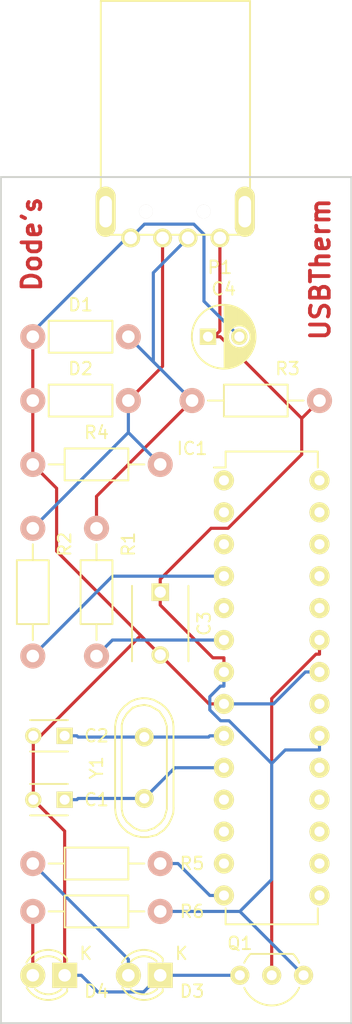
<source format=kicad_pcb>
(kicad_pcb (version 4) (host pcbnew 4.0.2+dfsg1-stable)

  (general
    (links 35)
    (no_connects 0)
    (area 129.464999 73.584999 157.555001 141.045001)
    (thickness 1.6)
    (drawings 6)
    (tracks 99)
    (zones 0)
    (modules 18)
    (nets 32)
  )

  (page A4)
  (title_block
    (title USBTherm)
    (date 2016-06-12)
    (rev 1)
    (company "Torsten Römer <dode@luniks.net> http://luniks.net")
    (comment 1 "License: GPL")
  )

  (layers
    (0 F.Cu signal)
    (31 B.Cu signal)
    (32 B.Adhes user)
    (33 F.Adhes user)
    (34 B.Paste user)
    (35 F.Paste user)
    (36 B.SilkS user)
    (37 F.SilkS user)
    (38 B.Mask user)
    (39 F.Mask user)
    (40 Dwgs.User user)
    (41 Cmts.User user)
    (42 Eco1.User user)
    (43 Eco2.User user)
    (44 Edge.Cuts user)
    (45 Margin user)
    (46 B.CrtYd user)
    (47 F.CrtYd user)
    (48 B.Fab user)
    (49 F.Fab user)
  )

  (setup
    (last_trace_width 0.25)
    (trace_clearance 0.2)
    (zone_clearance 0.508)
    (zone_45_only no)
    (trace_min 0.2)
    (segment_width 0.2)
    (edge_width 0.15)
    (via_size 0.6)
    (via_drill 0.4)
    (via_min_size 0.4)
    (via_min_drill 0.3)
    (uvia_size 0.3)
    (uvia_drill 0.1)
    (uvias_allowed no)
    (uvia_min_size 0.2)
    (uvia_min_drill 0.1)
    (pcb_text_width 0.3)
    (pcb_text_size 1.5 1.5)
    (mod_edge_width 0.15)
    (mod_text_size 1 1)
    (mod_text_width 0.15)
    (pad_size 1.524 1.524)
    (pad_drill 0.762)
    (pad_to_mask_clearance 0.2)
    (aux_axis_origin 0 0)
    (visible_elements FFFFFF7F)
    (pcbplotparams
      (layerselection 0x00030_80000001)
      (usegerberextensions false)
      (excludeedgelayer true)
      (linewidth 0.100000)
      (plotframeref false)
      (viasonmask false)
      (mode 1)
      (useauxorigin false)
      (hpglpennumber 1)
      (hpglpenspeed 20)
      (hpglpendiameter 15)
      (hpglpenoverlay 2)
      (psnegative false)
      (psa4output false)
      (plotreference true)
      (plotvalue true)
      (plotinvisibletext false)
      (padsonsilk false)
      (subtractmaskfromsilk false)
      (outputformat 1)
      (mirror false)
      (drillshape 1)
      (scaleselection 1)
      (outputdirectory ""))
  )

  (net 0 "")
  (net 1 "Net-(C1-Pad1)")
  (net 2 GND)
  (net 3 "Net-(C2-Pad1)")
  (net 4 "Net-(C3-Pad1)")
  (net 5 "Net-(D1-Pad1)")
  (net 6 "Net-(D2-Pad1)")
  (net 7 "Net-(D3-Pad2)")
  (net 8 "Net-(D4-Pad2)")
  (net 9 "Net-(IC1-Pad1)")
  (net 10 "Net-(IC1-Pad2)")
  (net 11 "Net-(IC1-Pad3)")
  (net 12 "Net-(IC1-Pad4)")
  (net 13 "Net-(IC1-Pad5)")
  (net 14 "Net-(IC1-Pad6)")
  (net 15 "Net-(IC1-Pad11)")
  (net 16 "Net-(IC1-Pad12)")
  (net 17 "Net-(IC1-Pad13)")
  (net 18 "Net-(IC1-Pad14)")
  (net 19 "Net-(IC1-Pad15)")
  (net 20 "Net-(IC1-Pad16)")
  (net 21 "Net-(IC1-Pad17)")
  (net 22 "Net-(IC1-Pad18)")
  (net 23 "Net-(IC1-Pad19)")
  (net 24 "Net-(IC1-Pad21)")
  (net 25 "Net-(IC1-Pad23)")
  (net 26 "Net-(IC1-Pad24)")
  (net 27 "Net-(IC1-Pad25)")
  (net 28 "Net-(IC1-Pad26)")
  (net 29 "Net-(IC1-Pad27)")
  (net 30 "Net-(IC1-Pad28)")
  (net 31 "Net-(P1-Pad5)")

  (net_class Default "This is the default net class."
    (clearance 0.2)
    (trace_width 0.25)
    (via_dia 0.6)
    (via_drill 0.4)
    (uvia_dia 0.3)
    (uvia_drill 0.1)
    (add_net GND)
    (add_net "Net-(C1-Pad1)")
    (add_net "Net-(C2-Pad1)")
    (add_net "Net-(C3-Pad1)")
    (add_net "Net-(D1-Pad1)")
    (add_net "Net-(D2-Pad1)")
    (add_net "Net-(D3-Pad2)")
    (add_net "Net-(D4-Pad2)")
    (add_net "Net-(IC1-Pad1)")
    (add_net "Net-(IC1-Pad11)")
    (add_net "Net-(IC1-Pad12)")
    (add_net "Net-(IC1-Pad13)")
    (add_net "Net-(IC1-Pad14)")
    (add_net "Net-(IC1-Pad15)")
    (add_net "Net-(IC1-Pad16)")
    (add_net "Net-(IC1-Pad17)")
    (add_net "Net-(IC1-Pad18)")
    (add_net "Net-(IC1-Pad19)")
    (add_net "Net-(IC1-Pad2)")
    (add_net "Net-(IC1-Pad21)")
    (add_net "Net-(IC1-Pad23)")
    (add_net "Net-(IC1-Pad24)")
    (add_net "Net-(IC1-Pad25)")
    (add_net "Net-(IC1-Pad26)")
    (add_net "Net-(IC1-Pad27)")
    (add_net "Net-(IC1-Pad28)")
    (add_net "Net-(IC1-Pad3)")
    (add_net "Net-(IC1-Pad4)")
    (add_net "Net-(IC1-Pad5)")
    (add_net "Net-(IC1-Pad6)")
    (add_net "Net-(P1-Pad5)")
  )

  (module Capacitors_ThroughHole:C_Disc_D3_P2.5 (layer F.Cu) (tedit 575CB5FC) (tstamp 575CA59A)
    (at 134.62 123.19 180)
    (descr "Capacitor 3mm Disc, Pitch 2.5mm")
    (tags Capacitor)
    (path /575C7E6D)
    (fp_text reference C1 (at -2.54 0 180) (layer F.SilkS)
      (effects (font (size 1 1) (thickness 0.15)))
    )
    (fp_text value 22pF (at 1.25 2.5 180) (layer F.Fab)
      (effects (font (size 1 1) (thickness 0.15)))
    )
    (fp_line (start -0.9 -1.5) (end 3.4 -1.5) (layer F.CrtYd) (width 0.05))
    (fp_line (start 3.4 -1.5) (end 3.4 1.5) (layer F.CrtYd) (width 0.05))
    (fp_line (start 3.4 1.5) (end -0.9 1.5) (layer F.CrtYd) (width 0.05))
    (fp_line (start -0.9 1.5) (end -0.9 -1.5) (layer F.CrtYd) (width 0.05))
    (fp_line (start -0.25 -1.25) (end 2.75 -1.25) (layer F.SilkS) (width 0.15))
    (fp_line (start 2.75 1.25) (end -0.25 1.25) (layer F.SilkS) (width 0.15))
    (pad 1 thru_hole rect (at 0 0 180) (size 1.3 1.3) (drill 0.8) (layers *.Cu *.Mask F.SilkS)
      (net 1 "Net-(C1-Pad1)"))
    (pad 2 thru_hole circle (at 2.5 0 180) (size 1.3 1.3) (drill 0.8001) (layers *.Cu *.Mask F.SilkS)
      (net 2 GND))
    (model Capacitors_ThroughHole.3dshapes/C_Disc_D3_P2.5.wrl
      (at (xyz 0.0492126 0 0))
      (scale (xyz 1 1 1))
      (rotate (xyz 0 0 0))
    )
  )

  (module Capacitors_ThroughHole:C_Disc_D3_P2.5 (layer F.Cu) (tedit 575CB5F5) (tstamp 575CA5A0)
    (at 134.62 118.11 180)
    (descr "Capacitor 3mm Disc, Pitch 2.5mm")
    (tags Capacitor)
    (path /575C7D38)
    (fp_text reference C2 (at -2.54 0 180) (layer F.SilkS)
      (effects (font (size 1 1) (thickness 0.15)))
    )
    (fp_text value 22pF (at 1.25 2.5 180) (layer F.Fab)
      (effects (font (size 1 1) (thickness 0.15)))
    )
    (fp_line (start -0.9 -1.5) (end 3.4 -1.5) (layer F.CrtYd) (width 0.05))
    (fp_line (start 3.4 -1.5) (end 3.4 1.5) (layer F.CrtYd) (width 0.05))
    (fp_line (start 3.4 1.5) (end -0.9 1.5) (layer F.CrtYd) (width 0.05))
    (fp_line (start -0.9 1.5) (end -0.9 -1.5) (layer F.CrtYd) (width 0.05))
    (fp_line (start -0.25 -1.25) (end 2.75 -1.25) (layer F.SilkS) (width 0.15))
    (fp_line (start 2.75 1.25) (end -0.25 1.25) (layer F.SilkS) (width 0.15))
    (pad 1 thru_hole rect (at 0 0 180) (size 1.3 1.3) (drill 0.8) (layers *.Cu *.Mask F.SilkS)
      (net 3 "Net-(C2-Pad1)"))
    (pad 2 thru_hole circle (at 2.5 0 180) (size 1.3 1.3) (drill 0.8001) (layers *.Cu *.Mask F.SilkS)
      (net 2 GND))
    (model Capacitors_ThroughHole.3dshapes/C_Disc_D3_P2.5.wrl
      (at (xyz 0.0492126 0 0))
      (scale (xyz 1 1 1))
      (rotate (xyz 0 0 0))
    )
  )

  (module Capacitors_ThroughHole:C_Disc_D6_P5 (layer F.Cu) (tedit 575CB5D1) (tstamp 575CA5AC)
    (at 142.24 106.68 270)
    (descr "Capacitor 6mm Disc, Pitch 5mm")
    (tags Capacitor)
    (path /575C8D23)
    (fp_text reference C3 (at 2.5 -3.5 270) (layer F.SilkS)
      (effects (font (size 1 1) (thickness 0.15)))
    )
    (fp_text value 100nF (at 2.54 1.27 270) (layer F.Fab)
      (effects (font (size 1 1) (thickness 0.15)))
    )
    (fp_line (start -0.95 -2.5) (end 5.95 -2.5) (layer F.CrtYd) (width 0.05))
    (fp_line (start 5.95 -2.5) (end 5.95 2.5) (layer F.CrtYd) (width 0.05))
    (fp_line (start 5.95 2.5) (end -0.95 2.5) (layer F.CrtYd) (width 0.05))
    (fp_line (start -0.95 2.5) (end -0.95 -2.5) (layer F.CrtYd) (width 0.05))
    (fp_line (start -0.5 -2.25) (end 5.5 -2.25) (layer F.SilkS) (width 0.15))
    (fp_line (start 5.5 2.25) (end -0.5 2.25) (layer F.SilkS) (width 0.15))
    (pad 1 thru_hole rect (at 0 0 270) (size 1.4 1.4) (drill 0.9) (layers *.Cu *.Mask F.SilkS)
      (net 4 "Net-(C3-Pad1)"))
    (pad 2 thru_hole circle (at 5 0 270) (size 1.4 1.4) (drill 0.9) (layers *.Cu *.Mask F.SilkS)
      (net 2 GND))
    (model Capacitors_ThroughHole.3dshapes/C_Disc_D6_P5.wrl
      (at (xyz 0.098425 0 0))
      (scale (xyz 1 1 1))
      (rotate (xyz 0 0 0))
    )
  )

  (module Capacitors_ThroughHole:C_Radial_D5_L6_P2.5 (layer F.Cu) (tedit 575CB56E) (tstamp 575CA5B2)
    (at 146.05 86.36)
    (descr "Radial Electrolytic Capacitor Diameter 5mm x Length 6mm, Pitch 2.5mm")
    (tags "Electrolytic Capacitor")
    (path /575CA3DE)
    (fp_text reference C4 (at 1.25 -3.8) (layer F.SilkS)
      (effects (font (size 1 1) (thickness 0.15)))
    )
    (fp_text value 10uF (at 5.08 -3.81) (layer F.Fab)
      (effects (font (size 1 1) (thickness 0.15)))
    )
    (fp_line (start 1.325 -2.499) (end 1.325 2.499) (layer F.SilkS) (width 0.15))
    (fp_line (start 1.465 -2.491) (end 1.465 2.491) (layer F.SilkS) (width 0.15))
    (fp_line (start 1.605 -2.475) (end 1.605 -0.095) (layer F.SilkS) (width 0.15))
    (fp_line (start 1.605 0.095) (end 1.605 2.475) (layer F.SilkS) (width 0.15))
    (fp_line (start 1.745 -2.451) (end 1.745 -0.49) (layer F.SilkS) (width 0.15))
    (fp_line (start 1.745 0.49) (end 1.745 2.451) (layer F.SilkS) (width 0.15))
    (fp_line (start 1.885 -2.418) (end 1.885 -0.657) (layer F.SilkS) (width 0.15))
    (fp_line (start 1.885 0.657) (end 1.885 2.418) (layer F.SilkS) (width 0.15))
    (fp_line (start 2.025 -2.377) (end 2.025 -0.764) (layer F.SilkS) (width 0.15))
    (fp_line (start 2.025 0.764) (end 2.025 2.377) (layer F.SilkS) (width 0.15))
    (fp_line (start 2.165 -2.327) (end 2.165 -0.835) (layer F.SilkS) (width 0.15))
    (fp_line (start 2.165 0.835) (end 2.165 2.327) (layer F.SilkS) (width 0.15))
    (fp_line (start 2.305 -2.266) (end 2.305 -0.879) (layer F.SilkS) (width 0.15))
    (fp_line (start 2.305 0.879) (end 2.305 2.266) (layer F.SilkS) (width 0.15))
    (fp_line (start 2.445 -2.196) (end 2.445 -0.898) (layer F.SilkS) (width 0.15))
    (fp_line (start 2.445 0.898) (end 2.445 2.196) (layer F.SilkS) (width 0.15))
    (fp_line (start 2.585 -2.114) (end 2.585 -0.896) (layer F.SilkS) (width 0.15))
    (fp_line (start 2.585 0.896) (end 2.585 2.114) (layer F.SilkS) (width 0.15))
    (fp_line (start 2.725 -2.019) (end 2.725 -0.871) (layer F.SilkS) (width 0.15))
    (fp_line (start 2.725 0.871) (end 2.725 2.019) (layer F.SilkS) (width 0.15))
    (fp_line (start 2.865 -1.908) (end 2.865 -0.823) (layer F.SilkS) (width 0.15))
    (fp_line (start 2.865 0.823) (end 2.865 1.908) (layer F.SilkS) (width 0.15))
    (fp_line (start 3.005 -1.78) (end 3.005 -0.745) (layer F.SilkS) (width 0.15))
    (fp_line (start 3.005 0.745) (end 3.005 1.78) (layer F.SilkS) (width 0.15))
    (fp_line (start 3.145 -1.631) (end 3.145 -0.628) (layer F.SilkS) (width 0.15))
    (fp_line (start 3.145 0.628) (end 3.145 1.631) (layer F.SilkS) (width 0.15))
    (fp_line (start 3.285 -1.452) (end 3.285 -0.44) (layer F.SilkS) (width 0.15))
    (fp_line (start 3.285 0.44) (end 3.285 1.452) (layer F.SilkS) (width 0.15))
    (fp_line (start 3.425 -1.233) (end 3.425 1.233) (layer F.SilkS) (width 0.15))
    (fp_line (start 3.565 -0.944) (end 3.565 0.944) (layer F.SilkS) (width 0.15))
    (fp_line (start 3.705 -0.472) (end 3.705 0.472) (layer F.SilkS) (width 0.15))
    (fp_circle (center 2.5 0) (end 2.5 -0.9) (layer F.SilkS) (width 0.15))
    (fp_circle (center 1.25 0) (end 1.25 -2.5375) (layer F.SilkS) (width 0.15))
    (fp_circle (center 1.25 0) (end 1.25 -2.8) (layer F.CrtYd) (width 0.05))
    (pad 1 thru_hole rect (at 0 0) (size 1.3 1.3) (drill 0.8) (layers *.Cu *.Mask F.SilkS)
      (net 4 "Net-(C3-Pad1)"))
    (pad 2 thru_hole circle (at 2.5 0) (size 1.3 1.3) (drill 0.8) (layers *.Cu *.Mask F.SilkS)
      (net 2 GND))
    (model Capacitors_ThroughHole.3dshapes/C_Radial_D5_L6_P2.5.wrl
      (at (xyz 0.049213 0 0))
      (scale (xyz 1 1 1))
      (rotate (xyz 0 0 90))
    )
  )

  (module Resistors_ThroughHole:Resistor_Horizontal_RM7mm (layer F.Cu) (tedit 575CB516) (tstamp 575CA5B8)
    (at 139.7 86.36 180)
    (descr "Resistor, Axial,  RM 7.62mm, 1/3W,")
    (tags "Resistor Axial RM 7.62mm 1/3W R3")
    (path /575C87D2)
    (fp_text reference D1 (at 3.81 2.54 180) (layer F.SilkS)
      (effects (font (size 1 1) (thickness 0.15)))
    )
    (fp_text value 3.6V (at 3.81 0 180) (layer F.Fab)
      (effects (font (size 1 1) (thickness 0.15)))
    )
    (fp_line (start -1.25 -1.5) (end 8.85 -1.5) (layer F.CrtYd) (width 0.05))
    (fp_line (start -1.25 1.5) (end -1.25 -1.5) (layer F.CrtYd) (width 0.05))
    (fp_line (start 8.85 -1.5) (end 8.85 1.5) (layer F.CrtYd) (width 0.05))
    (fp_line (start -1.25 1.5) (end 8.85 1.5) (layer F.CrtYd) (width 0.05))
    (fp_line (start 1.27 -1.27) (end 6.35 -1.27) (layer F.SilkS) (width 0.15))
    (fp_line (start 6.35 -1.27) (end 6.35 1.27) (layer F.SilkS) (width 0.15))
    (fp_line (start 6.35 1.27) (end 1.27 1.27) (layer F.SilkS) (width 0.15))
    (fp_line (start 1.27 1.27) (end 1.27 -1.27) (layer F.SilkS) (width 0.15))
    (pad 1 thru_hole circle (at 0 0 180) (size 1.99898 1.99898) (drill 1.00076) (layers *.Cu *.SilkS *.Mask)
      (net 5 "Net-(D1-Pad1)"))
    (pad 2 thru_hole circle (at 7.62 0 180) (size 1.99898 1.99898) (drill 1.00076) (layers *.Cu *.SilkS *.Mask)
      (net 2 GND))
  )

  (module Resistors_ThroughHole:Resistor_Horizontal_RM7mm (layer F.Cu) (tedit 575CB524) (tstamp 575CA5BE)
    (at 139.7 91.44 180)
    (descr "Resistor, Axial,  RM 7.62mm, 1/3W,")
    (tags "Resistor Axial RM 7.62mm 1/3W R3")
    (path /575C88C0)
    (fp_text reference D2 (at 3.81 2.54 180) (layer F.SilkS)
      (effects (font (size 1 1) (thickness 0.15)))
    )
    (fp_text value 3.6V (at 3.81 0 180) (layer F.Fab)
      (effects (font (size 1 1) (thickness 0.15)))
    )
    (fp_line (start -1.25 -1.5) (end 8.85 -1.5) (layer F.CrtYd) (width 0.05))
    (fp_line (start -1.25 1.5) (end -1.25 -1.5) (layer F.CrtYd) (width 0.05))
    (fp_line (start 8.85 -1.5) (end 8.85 1.5) (layer F.CrtYd) (width 0.05))
    (fp_line (start -1.25 1.5) (end 8.85 1.5) (layer F.CrtYd) (width 0.05))
    (fp_line (start 1.27 -1.27) (end 6.35 -1.27) (layer F.SilkS) (width 0.15))
    (fp_line (start 6.35 -1.27) (end 6.35 1.27) (layer F.SilkS) (width 0.15))
    (fp_line (start 6.35 1.27) (end 1.27 1.27) (layer F.SilkS) (width 0.15))
    (fp_line (start 1.27 1.27) (end 1.27 -1.27) (layer F.SilkS) (width 0.15))
    (pad 1 thru_hole circle (at 0 0 180) (size 1.99898 1.99898) (drill 1.00076) (layers *.Cu *.SilkS *.Mask)
      (net 6 "Net-(D2-Pad1)"))
    (pad 2 thru_hole circle (at 7.62 0 180) (size 1.99898 1.99898) (drill 1.00076) (layers *.Cu *.SilkS *.Mask)
      (net 2 GND))
  )

  (module LEDs:LED-3MM (layer F.Cu) (tedit 575CB652) (tstamp 575CA5C4)
    (at 142.24 137.16 180)
    (descr "LED 3mm round vertical")
    (tags "LED  3mm round vertical")
    (path /575CBE8D)
    (fp_text reference D3 (at -2.54 -1.27 180) (layer F.SilkS)
      (effects (font (size 1 1) (thickness 0.15)))
    )
    (fp_text value Blue (at 1.3 -2.9 180) (layer F.Fab)
      (effects (font (size 1 1) (thickness 0.15)))
    )
    (fp_line (start -1.2 2.3) (end 3.8 2.3) (layer F.CrtYd) (width 0.05))
    (fp_line (start 3.8 2.3) (end 3.8 -2.2) (layer F.CrtYd) (width 0.05))
    (fp_line (start 3.8 -2.2) (end -1.2 -2.2) (layer F.CrtYd) (width 0.05))
    (fp_line (start -1.2 -2.2) (end -1.2 2.3) (layer F.CrtYd) (width 0.05))
    (fp_line (start -0.199 1.314) (end -0.199 1.114) (layer F.SilkS) (width 0.15))
    (fp_line (start -0.199 -1.28) (end -0.199 -1.1) (layer F.SilkS) (width 0.15))
    (fp_arc (start 1.301 0.034) (end -0.199 -1.286) (angle 108.5) (layer F.SilkS) (width 0.15))
    (fp_arc (start 1.301 0.034) (end 0.25 -1.1) (angle 85.7) (layer F.SilkS) (width 0.15))
    (fp_arc (start 1.311 0.034) (end 3.051 0.994) (angle 110) (layer F.SilkS) (width 0.15))
    (fp_arc (start 1.301 0.034) (end 2.335 1.094) (angle 87.5) (layer F.SilkS) (width 0.15))
    (fp_text user K (at -1.69 1.74 180) (layer F.SilkS)
      (effects (font (size 1 1) (thickness 0.15)))
    )
    (pad 1 thru_hole rect (at 0 0 270) (size 2 2) (drill 1.00076) (layers *.Cu *.Mask F.SilkS)
      (net 2 GND))
    (pad 2 thru_hole circle (at 2.54 0 180) (size 2 2) (drill 1.00076) (layers *.Cu *.Mask F.SilkS)
      (net 7 "Net-(D3-Pad2)"))
    (model LEDs.3dshapes/LED-3MM.wrl
      (at (xyz 0.05 0 0))
      (scale (xyz 1 1 1))
      (rotate (xyz 0 0 90))
    )
  )

  (module LEDs:LED-3MM (layer F.Cu) (tedit 575CB64C) (tstamp 575CA5CA)
    (at 134.62 137.16 180)
    (descr "LED 3mm round vertical")
    (tags "LED  3mm round vertical")
    (path /575CD99F)
    (fp_text reference D4 (at -2.54 -1.27 180) (layer F.SilkS)
      (effects (font (size 1 1) (thickness 0.15)))
    )
    (fp_text value Red (at 1.3 -2.9 180) (layer F.Fab)
      (effects (font (size 1 1) (thickness 0.15)))
    )
    (fp_line (start -1.2 2.3) (end 3.8 2.3) (layer F.CrtYd) (width 0.05))
    (fp_line (start 3.8 2.3) (end 3.8 -2.2) (layer F.CrtYd) (width 0.05))
    (fp_line (start 3.8 -2.2) (end -1.2 -2.2) (layer F.CrtYd) (width 0.05))
    (fp_line (start -1.2 -2.2) (end -1.2 2.3) (layer F.CrtYd) (width 0.05))
    (fp_line (start -0.199 1.314) (end -0.199 1.114) (layer F.SilkS) (width 0.15))
    (fp_line (start -0.199 -1.28) (end -0.199 -1.1) (layer F.SilkS) (width 0.15))
    (fp_arc (start 1.301 0.034) (end -0.199 -1.286) (angle 108.5) (layer F.SilkS) (width 0.15))
    (fp_arc (start 1.301 0.034) (end 0.25 -1.1) (angle 85.7) (layer F.SilkS) (width 0.15))
    (fp_arc (start 1.311 0.034) (end 3.051 0.994) (angle 110) (layer F.SilkS) (width 0.15))
    (fp_arc (start 1.301 0.034) (end 2.335 1.094) (angle 87.5) (layer F.SilkS) (width 0.15))
    (fp_text user K (at -1.69 1.74 180) (layer F.SilkS)
      (effects (font (size 1 1) (thickness 0.15)))
    )
    (pad 1 thru_hole rect (at 0 0 270) (size 2 2) (drill 1.00076) (layers *.Cu *.Mask F.SilkS)
      (net 2 GND))
    (pad 2 thru_hole circle (at 2.54 0 180) (size 2 2) (drill 1.00076) (layers *.Cu *.Mask F.SilkS)
      (net 8 "Net-(D4-Pad2)"))
    (model LEDs.3dshapes/LED-3MM.wrl
      (at (xyz 0.05 0 0))
      (scale (xyz 1 1 1))
      (rotate (xyz 0 0 90))
    )
  )

  (module Housings_DIP:DIP-28_W7.62mm (layer F.Cu) (tedit 575CB5A7) (tstamp 575CA5EA)
    (at 147.32 97.79)
    (descr "28-lead dip package, row spacing 7.62 mm (300 mils)")
    (tags "dil dip 2.54 300")
    (path /575C5CE7)
    (fp_text reference IC1 (at -2.54 -2.54) (layer F.SilkS)
      (effects (font (size 1 1) (thickness 0.15)))
    )
    (fp_text value ATMEGA328-P (at 3.81 5.08 90) (layer F.Fab)
      (effects (font (size 1 1) (thickness 0.15)))
    )
    (fp_line (start -1.05 -2.45) (end -1.05 35.5) (layer F.CrtYd) (width 0.05))
    (fp_line (start 8.65 -2.45) (end 8.65 35.5) (layer F.CrtYd) (width 0.05))
    (fp_line (start -1.05 -2.45) (end 8.65 -2.45) (layer F.CrtYd) (width 0.05))
    (fp_line (start -1.05 35.5) (end 8.65 35.5) (layer F.CrtYd) (width 0.05))
    (fp_line (start 0.135 -2.295) (end 0.135 -1.025) (layer F.SilkS) (width 0.15))
    (fp_line (start 7.485 -2.295) (end 7.485 -1.025) (layer F.SilkS) (width 0.15))
    (fp_line (start 7.485 35.315) (end 7.485 34.045) (layer F.SilkS) (width 0.15))
    (fp_line (start 0.135 35.315) (end 0.135 34.045) (layer F.SilkS) (width 0.15))
    (fp_line (start 0.135 -2.295) (end 7.485 -2.295) (layer F.SilkS) (width 0.15))
    (fp_line (start 0.135 35.315) (end 7.485 35.315) (layer F.SilkS) (width 0.15))
    (fp_line (start 0.135 -1.025) (end -0.8 -1.025) (layer F.SilkS) (width 0.15))
    (pad 1 thru_hole oval (at 0 0) (size 1.6 1.6) (drill 0.8) (layers *.Cu *.Mask F.SilkS)
      (net 9 "Net-(IC1-Pad1)"))
    (pad 2 thru_hole oval (at 0 2.54) (size 1.6 1.6) (drill 0.8) (layers *.Cu *.Mask F.SilkS)
      (net 10 "Net-(IC1-Pad2)"))
    (pad 3 thru_hole oval (at 0 5.08) (size 1.6 1.6) (drill 0.8) (layers *.Cu *.Mask F.SilkS)
      (net 11 "Net-(IC1-Pad3)"))
    (pad 4 thru_hole oval (at 0 7.62) (size 1.6 1.6) (drill 0.8) (layers *.Cu *.Mask F.SilkS)
      (net 12 "Net-(IC1-Pad4)"))
    (pad 5 thru_hole oval (at 0 10.16) (size 1.6 1.6) (drill 0.8) (layers *.Cu *.Mask F.SilkS)
      (net 13 "Net-(IC1-Pad5)"))
    (pad 6 thru_hole oval (at 0 12.7) (size 1.6 1.6) (drill 0.8) (layers *.Cu *.Mask F.SilkS)
      (net 14 "Net-(IC1-Pad6)"))
    (pad 7 thru_hole oval (at 0 15.24) (size 1.6 1.6) (drill 0.8) (layers *.Cu *.Mask F.SilkS)
      (net 4 "Net-(C3-Pad1)"))
    (pad 8 thru_hole oval (at 0 17.78) (size 1.6 1.6) (drill 0.8) (layers *.Cu *.Mask F.SilkS)
      (net 2 GND))
    (pad 9 thru_hole oval (at 0 20.32) (size 1.6 1.6) (drill 0.8) (layers *.Cu *.Mask F.SilkS)
      (net 3 "Net-(C2-Pad1)"))
    (pad 10 thru_hole oval (at 0 22.86) (size 1.6 1.6) (drill 0.8) (layers *.Cu *.Mask F.SilkS)
      (net 1 "Net-(C1-Pad1)"))
    (pad 11 thru_hole oval (at 0 25.4) (size 1.6 1.6) (drill 0.8) (layers *.Cu *.Mask F.SilkS)
      (net 15 "Net-(IC1-Pad11)"))
    (pad 12 thru_hole oval (at 0 27.94) (size 1.6 1.6) (drill 0.8) (layers *.Cu *.Mask F.SilkS)
      (net 16 "Net-(IC1-Pad12)"))
    (pad 13 thru_hole oval (at 0 30.48) (size 1.6 1.6) (drill 0.8) (layers *.Cu *.Mask F.SilkS)
      (net 17 "Net-(IC1-Pad13)"))
    (pad 14 thru_hole oval (at 0 33.02) (size 1.6 1.6) (drill 0.8) (layers *.Cu *.Mask F.SilkS)
      (net 18 "Net-(IC1-Pad14)"))
    (pad 15 thru_hole oval (at 7.62 33.02) (size 1.6 1.6) (drill 0.8) (layers *.Cu *.Mask F.SilkS)
      (net 19 "Net-(IC1-Pad15)"))
    (pad 16 thru_hole oval (at 7.62 30.48) (size 1.6 1.6) (drill 0.8) (layers *.Cu *.Mask F.SilkS)
      (net 20 "Net-(IC1-Pad16)"))
    (pad 17 thru_hole oval (at 7.62 27.94) (size 1.6 1.6) (drill 0.8) (layers *.Cu *.Mask F.SilkS)
      (net 21 "Net-(IC1-Pad17)"))
    (pad 18 thru_hole oval (at 7.62 25.4) (size 1.6 1.6) (drill 0.8) (layers *.Cu *.Mask F.SilkS)
      (net 22 "Net-(IC1-Pad18)"))
    (pad 19 thru_hole oval (at 7.62 22.86) (size 1.6 1.6) (drill 0.8) (layers *.Cu *.Mask F.SilkS)
      (net 23 "Net-(IC1-Pad19)"))
    (pad 20 thru_hole oval (at 7.62 20.32) (size 1.6 1.6) (drill 0.8) (layers *.Cu *.Mask F.SilkS)
      (net 4 "Net-(C3-Pad1)"))
    (pad 21 thru_hole oval (at 7.62 17.78) (size 1.6 1.6) (drill 0.8) (layers *.Cu *.Mask F.SilkS)
      (net 24 "Net-(IC1-Pad21)"))
    (pad 22 thru_hole oval (at 7.62 15.24) (size 1.6 1.6) (drill 0.8) (layers *.Cu *.Mask F.SilkS)
      (net 2 GND))
    (pad 23 thru_hole oval (at 7.62 12.7) (size 1.6 1.6) (drill 0.8) (layers *.Cu *.Mask F.SilkS)
      (net 25 "Net-(IC1-Pad23)"))
    (pad 24 thru_hole oval (at 7.62 10.16) (size 1.6 1.6) (drill 0.8) (layers *.Cu *.Mask F.SilkS)
      (net 26 "Net-(IC1-Pad24)"))
    (pad 25 thru_hole oval (at 7.62 7.62) (size 1.6 1.6) (drill 0.8) (layers *.Cu *.Mask F.SilkS)
      (net 27 "Net-(IC1-Pad25)"))
    (pad 26 thru_hole oval (at 7.62 5.08) (size 1.6 1.6) (drill 0.8) (layers *.Cu *.Mask F.SilkS)
      (net 28 "Net-(IC1-Pad26)"))
    (pad 27 thru_hole oval (at 7.62 2.54) (size 1.6 1.6) (drill 0.8) (layers *.Cu *.Mask F.SilkS)
      (net 29 "Net-(IC1-Pad27)"))
    (pad 28 thru_hole oval (at 7.62 0) (size 1.6 1.6) (drill 0.8) (layers *.Cu *.Mask F.SilkS)
      (net 30 "Net-(IC1-Pad28)"))
    (model Housings_DIP.3dshapes/DIP-28_W7.62mm.wrl
      (at (xyz 0 0 0))
      (scale (xyz 1 1 1))
      (rotate (xyz 0 0 0))
    )
  )

  (module TO_SOT_Packages_THT:TO-92_Inline_Wide (layer F.Cu) (tedit 575CB628) (tstamp 575CA5FB)
    (at 153.67 137.16 180)
    (descr "TO-92 leads in-line, wide, drill 0.8mm (see NXP sot054_po.pdf)")
    (tags "to-92 sc-43 sc-43a sot54 PA33 transistor")
    (path /575CAF75)
    (fp_text reference Q1 (at 5.08 2.54 360) (layer F.SilkS)
      (effects (font (size 1 1) (thickness 0.15)))
    )
    (fp_text value TMP36 (at 1.27 2.54 180) (layer F.Fab)
      (effects (font (size 1 1) (thickness 0.15)))
    )
    (fp_arc (start 2.54 0) (end 0.84 1.7) (angle 20.5) (layer F.SilkS) (width 0.15))
    (fp_arc (start 2.54 0) (end 4.24 1.7) (angle -20.5) (layer F.SilkS) (width 0.15))
    (fp_line (start -1 1.95) (end -1 -2.65) (layer F.CrtYd) (width 0.05))
    (fp_line (start -1 1.95) (end 6.1 1.95) (layer F.CrtYd) (width 0.05))
    (fp_line (start 0.84 1.7) (end 4.24 1.7) (layer F.SilkS) (width 0.15))
    (fp_arc (start 2.54 0) (end 2.54 -2.4) (angle -65.55604127) (layer F.SilkS) (width 0.15))
    (fp_arc (start 2.54 0) (end 2.54 -2.4) (angle 65.55604127) (layer F.SilkS) (width 0.15))
    (fp_line (start -1 -2.65) (end 6.1 -2.65) (layer F.CrtYd) (width 0.05))
    (fp_line (start 6.1 1.95) (end 6.1 -2.65) (layer F.CrtYd) (width 0.05))
    (pad 2 thru_hole circle (at 2.54 0 270) (size 1.524 1.524) (drill 0.8) (layers *.Cu *.Mask F.SilkS)
      (net 25 "Net-(IC1-Pad23)"))
    (pad 3 thru_hole circle (at 5.08 0 270) (size 1.524 1.524) (drill 0.8) (layers *.Cu *.Mask F.SilkS)
      (net 2 GND))
    (pad 1 thru_hole circle (at 0 0 270) (size 1.524 1.524) (drill 0.8) (layers *.Cu *.Mask F.SilkS)
      (net 4 "Net-(C3-Pad1)"))
    (model TO_SOT_Packages_THT.3dshapes/TO-92_Inline_Wide.wrl
      (at (xyz 0.1 0 0))
      (scale (xyz 1 1 1))
      (rotate (xyz 0 0 -90))
    )
  )

  (module Resistors_ThroughHole:Resistor_Horizontal_RM10mm (layer F.Cu) (tedit 575CB5CB) (tstamp 575CA601)
    (at 137.16 101.6 270)
    (descr "Resistor, Axial,  RM 10mm, 1/3W")
    (tags "Resistor Axial RM 10mm 1/3W")
    (path /575C83A0)
    (fp_text reference R1 (at 1.27 -2.54 270) (layer F.SilkS)
      (effects (font (size 1 1) (thickness 0.15)))
    )
    (fp_text value 68 (at 5.08 0 270) (layer F.Fab)
      (effects (font (size 1 1) (thickness 0.15)))
    )
    (fp_line (start -1.25 -1.5) (end 11.4 -1.5) (layer F.CrtYd) (width 0.05))
    (fp_line (start -1.25 1.5) (end -1.25 -1.5) (layer F.CrtYd) (width 0.05))
    (fp_line (start 11.4 -1.5) (end 11.4 1.5) (layer F.CrtYd) (width 0.05))
    (fp_line (start -1.25 1.5) (end 11.4 1.5) (layer F.CrtYd) (width 0.05))
    (fp_line (start 2.54 -1.27) (end 7.62 -1.27) (layer F.SilkS) (width 0.15))
    (fp_line (start 7.62 -1.27) (end 7.62 1.27) (layer F.SilkS) (width 0.15))
    (fp_line (start 7.62 1.27) (end 2.54 1.27) (layer F.SilkS) (width 0.15))
    (fp_line (start 2.54 1.27) (end 2.54 -1.27) (layer F.SilkS) (width 0.15))
    (fp_line (start 2.54 0) (end 1.27 0) (layer F.SilkS) (width 0.15))
    (fp_line (start 7.62 0) (end 8.89 0) (layer F.SilkS) (width 0.15))
    (pad 1 thru_hole circle (at 0 0 270) (size 1.99898 1.99898) (drill 1.00076) (layers *.Cu *.SilkS *.Mask)
      (net 5 "Net-(D1-Pad1)"))
    (pad 2 thru_hole circle (at 10.16 0 270) (size 1.99898 1.99898) (drill 1.00076) (layers *.Cu *.SilkS *.Mask)
      (net 14 "Net-(IC1-Pad6)"))
    (model Resistors_ThroughHole.3dshapes/Resistor_Horizontal_RM10mm.wrl
      (at (xyz 0.2 0 0))
      (scale (xyz 0.4 0.4 0.4))
      (rotate (xyz 0 0 0))
    )
  )

  (module Resistors_ThroughHole:Resistor_Horizontal_RM10mm (layer F.Cu) (tedit 575CB6FC) (tstamp 575CA607)
    (at 132.08 101.6 270)
    (descr "Resistor, Axial,  RM 10mm, 1/3W")
    (tags "Resistor Axial RM 10mm 1/3W")
    (path /575C85D0)
    (fp_text reference R2 (at 1.27 -2.54 270) (layer F.SilkS)
      (effects (font (size 1 1) (thickness 0.15)))
    )
    (fp_text value 68 (at 5.08 0 270) (layer F.Fab)
      (effects (font (size 1 1) (thickness 0.15)))
    )
    (fp_line (start -1.25 -1.5) (end 11.4 -1.5) (layer F.CrtYd) (width 0.05))
    (fp_line (start -1.25 1.5) (end -1.25 -1.5) (layer F.CrtYd) (width 0.05))
    (fp_line (start 11.4 -1.5) (end 11.4 1.5) (layer F.CrtYd) (width 0.05))
    (fp_line (start -1.25 1.5) (end 11.4 1.5) (layer F.CrtYd) (width 0.05))
    (fp_line (start 2.54 -1.27) (end 7.62 -1.27) (layer F.SilkS) (width 0.15))
    (fp_line (start 7.62 -1.27) (end 7.62 1.27) (layer F.SilkS) (width 0.15))
    (fp_line (start 7.62 1.27) (end 2.54 1.27) (layer F.SilkS) (width 0.15))
    (fp_line (start 2.54 1.27) (end 2.54 -1.27) (layer F.SilkS) (width 0.15))
    (fp_line (start 2.54 0) (end 1.27 0) (layer F.SilkS) (width 0.15))
    (fp_line (start 7.62 0) (end 8.89 0) (layer F.SilkS) (width 0.15))
    (pad 1 thru_hole circle (at 0 0 270) (size 1.99898 1.99898) (drill 1.00076) (layers *.Cu *.SilkS *.Mask)
      (net 6 "Net-(D2-Pad1)"))
    (pad 2 thru_hole circle (at 10.16 0 270) (size 1.99898 1.99898) (drill 1.00076) (layers *.Cu *.SilkS *.Mask)
      (net 12 "Net-(IC1-Pad4)"))
    (model Resistors_ThroughHole.3dshapes/Resistor_Horizontal_RM10mm.wrl
      (at (xyz 0.2 0 0))
      (scale (xyz 0.4 0.4 0.4))
      (rotate (xyz 0 0 0))
    )
  )

  (module Resistors_ThroughHole:Resistor_Horizontal_RM10mm (layer F.Cu) (tedit 575CB6F1) (tstamp 575CA60D)
    (at 154.94 91.44 180)
    (descr "Resistor, Axial,  RM 10mm, 1/3W")
    (tags "Resistor Axial RM 10mm 1/3W")
    (path /575C983C)
    (fp_text reference R3 (at 2.54 2.54 180) (layer F.SilkS)
      (effects (font (size 1 1) (thickness 0.15)))
    )
    (fp_text value 1.5K (at 5.08 0 180) (layer F.Fab)
      (effects (font (size 1 1) (thickness 0.15)))
    )
    (fp_line (start -1.25 -1.5) (end 11.4 -1.5) (layer F.CrtYd) (width 0.05))
    (fp_line (start -1.25 1.5) (end -1.25 -1.5) (layer F.CrtYd) (width 0.05))
    (fp_line (start 11.4 -1.5) (end 11.4 1.5) (layer F.CrtYd) (width 0.05))
    (fp_line (start -1.25 1.5) (end 11.4 1.5) (layer F.CrtYd) (width 0.05))
    (fp_line (start 2.54 -1.27) (end 7.62 -1.27) (layer F.SilkS) (width 0.15))
    (fp_line (start 7.62 -1.27) (end 7.62 1.27) (layer F.SilkS) (width 0.15))
    (fp_line (start 7.62 1.27) (end 2.54 1.27) (layer F.SilkS) (width 0.15))
    (fp_line (start 2.54 1.27) (end 2.54 -1.27) (layer F.SilkS) (width 0.15))
    (fp_line (start 2.54 0) (end 1.27 0) (layer F.SilkS) (width 0.15))
    (fp_line (start 7.62 0) (end 8.89 0) (layer F.SilkS) (width 0.15))
    (pad 1 thru_hole circle (at 0 0 180) (size 1.99898 1.99898) (drill 1.00076) (layers *.Cu *.SilkS *.Mask)
      (net 4 "Net-(C3-Pad1)"))
    (pad 2 thru_hole circle (at 10.16 0 180) (size 1.99898 1.99898) (drill 1.00076) (layers *.Cu *.SilkS *.Mask)
      (net 5 "Net-(D1-Pad1)"))
    (model Resistors_ThroughHole.3dshapes/Resistor_Horizontal_RM10mm.wrl
      (at (xyz 0.2 0 0))
      (scale (xyz 0.4 0.4 0.4))
      (rotate (xyz 0 0 0))
    )
  )

  (module Resistors_ThroughHole:Resistor_Horizontal_RM10mm (layer F.Cu) (tedit 575CB54D) (tstamp 575CA613)
    (at 142.24 96.52 180)
    (descr "Resistor, Axial,  RM 10mm, 1/3W")
    (tags "Resistor Axial RM 10mm 1/3W")
    (path /575C9D6B)
    (fp_text reference R4 (at 5.08 2.54 180) (layer F.SilkS)
      (effects (font (size 1 1) (thickness 0.15)))
    )
    (fp_text value 1M (at 5.08 0 180) (layer F.Fab)
      (effects (font (size 1 1) (thickness 0.15)))
    )
    (fp_line (start -1.25 -1.5) (end 11.4 -1.5) (layer F.CrtYd) (width 0.05))
    (fp_line (start -1.25 1.5) (end -1.25 -1.5) (layer F.CrtYd) (width 0.05))
    (fp_line (start 11.4 -1.5) (end 11.4 1.5) (layer F.CrtYd) (width 0.05))
    (fp_line (start -1.25 1.5) (end 11.4 1.5) (layer F.CrtYd) (width 0.05))
    (fp_line (start 2.54 -1.27) (end 7.62 -1.27) (layer F.SilkS) (width 0.15))
    (fp_line (start 7.62 -1.27) (end 7.62 1.27) (layer F.SilkS) (width 0.15))
    (fp_line (start 7.62 1.27) (end 2.54 1.27) (layer F.SilkS) (width 0.15))
    (fp_line (start 2.54 1.27) (end 2.54 -1.27) (layer F.SilkS) (width 0.15))
    (fp_line (start 2.54 0) (end 1.27 0) (layer F.SilkS) (width 0.15))
    (fp_line (start 7.62 0) (end 8.89 0) (layer F.SilkS) (width 0.15))
    (pad 1 thru_hole circle (at 0 0 180) (size 1.99898 1.99898) (drill 1.00076) (layers *.Cu *.SilkS *.Mask)
      (net 6 "Net-(D2-Pad1)"))
    (pad 2 thru_hole circle (at 10.16 0 180) (size 1.99898 1.99898) (drill 1.00076) (layers *.Cu *.SilkS *.Mask)
      (net 2 GND))
    (model Resistors_ThroughHole.3dshapes/Resistor_Horizontal_RM10mm.wrl
      (at (xyz 0.2 0 0))
      (scale (xyz 0.4 0.4 0.4))
      (rotate (xyz 0 0 0))
    )
  )

  (module Resistors_ThroughHole:Resistor_Horizontal_RM10mm (layer F.Cu) (tedit 575CB604) (tstamp 575CA619)
    (at 132.08 128.27)
    (descr "Resistor, Axial,  RM 10mm, 1/3W")
    (tags "Resistor Axial RM 10mm 1/3W")
    (path /575CC0AC)
    (fp_text reference R5 (at 12.7 0) (layer F.SilkS)
      (effects (font (size 1 1) (thickness 0.15)))
    )
    (fp_text value 220 (at 5.08 3.81) (layer F.Fab)
      (effects (font (size 1 1) (thickness 0.15)))
    )
    (fp_line (start -1.25 -1.5) (end 11.4 -1.5) (layer F.CrtYd) (width 0.05))
    (fp_line (start -1.25 1.5) (end -1.25 -1.5) (layer F.CrtYd) (width 0.05))
    (fp_line (start 11.4 -1.5) (end 11.4 1.5) (layer F.CrtYd) (width 0.05))
    (fp_line (start -1.25 1.5) (end 11.4 1.5) (layer F.CrtYd) (width 0.05))
    (fp_line (start 2.54 -1.27) (end 7.62 -1.27) (layer F.SilkS) (width 0.15))
    (fp_line (start 7.62 -1.27) (end 7.62 1.27) (layer F.SilkS) (width 0.15))
    (fp_line (start 7.62 1.27) (end 2.54 1.27) (layer F.SilkS) (width 0.15))
    (fp_line (start 2.54 1.27) (end 2.54 -1.27) (layer F.SilkS) (width 0.15))
    (fp_line (start 2.54 0) (end 1.27 0) (layer F.SilkS) (width 0.15))
    (fp_line (start 7.62 0) (end 8.89 0) (layer F.SilkS) (width 0.15))
    (pad 1 thru_hole circle (at 0 0) (size 1.99898 1.99898) (drill 1.00076) (layers *.Cu *.SilkS *.Mask)
      (net 7 "Net-(D3-Pad2)"))
    (pad 2 thru_hole circle (at 10.16 0) (size 1.99898 1.99898) (drill 1.00076) (layers *.Cu *.SilkS *.Mask)
      (net 18 "Net-(IC1-Pad14)"))
    (model Resistors_ThroughHole.3dshapes/Resistor_Horizontal_RM10mm.wrl
      (at (xyz 0.2 0 0))
      (scale (xyz 0.4 0.4 0.4))
      (rotate (xyz 0 0 0))
    )
  )

  (module Resistors_ThroughHole:Resistor_Horizontal_RM10mm (layer F.Cu) (tedit 575CB60F) (tstamp 575CA61F)
    (at 142.24 132.08 180)
    (descr "Resistor, Axial,  RM 10mm, 1/3W")
    (tags "Resistor Axial RM 10mm 1/3W")
    (path /575CD2D6)
    (fp_text reference R6 (at -2.54 0 180) (layer F.SilkS)
      (effects (font (size 1 1) (thickness 0.15)))
    )
    (fp_text value 220 (at 5.08 3.81 180) (layer F.Fab)
      (effects (font (size 1 1) (thickness 0.15)))
    )
    (fp_line (start -1.25 -1.5) (end 11.4 -1.5) (layer F.CrtYd) (width 0.05))
    (fp_line (start -1.25 1.5) (end -1.25 -1.5) (layer F.CrtYd) (width 0.05))
    (fp_line (start 11.4 -1.5) (end 11.4 1.5) (layer F.CrtYd) (width 0.05))
    (fp_line (start -1.25 1.5) (end 11.4 1.5) (layer F.CrtYd) (width 0.05))
    (fp_line (start 2.54 -1.27) (end 7.62 -1.27) (layer F.SilkS) (width 0.15))
    (fp_line (start 7.62 -1.27) (end 7.62 1.27) (layer F.SilkS) (width 0.15))
    (fp_line (start 7.62 1.27) (end 2.54 1.27) (layer F.SilkS) (width 0.15))
    (fp_line (start 2.54 1.27) (end 2.54 -1.27) (layer F.SilkS) (width 0.15))
    (fp_line (start 2.54 0) (end 1.27 0) (layer F.SilkS) (width 0.15))
    (fp_line (start 7.62 0) (end 8.89 0) (layer F.SilkS) (width 0.15))
    (pad 1 thru_hole circle (at 0 0 180) (size 1.99898 1.99898) (drill 1.00076) (layers *.Cu *.SilkS *.Mask)
      (net 4 "Net-(C3-Pad1)"))
    (pad 2 thru_hole circle (at 10.16 0 180) (size 1.99898 1.99898) (drill 1.00076) (layers *.Cu *.SilkS *.Mask)
      (net 8 "Net-(D4-Pad2)"))
    (model Resistors_ThroughHole.3dshapes/Resistor_Horizontal_RM10mm.wrl
      (at (xyz 0.2 0 0))
      (scale (xyz 0.4 0.4 0.4))
      (rotate (xyz 0 0 0))
    )
  )

  (module Crystals:Crystal_HC49-U_Vertical (layer F.Cu) (tedit 0) (tstamp 575CA625)
    (at 140.97 120.65 90)
    (descr "Crystal, Quarz, HC49/U, vertical, stehend,")
    (tags "Crystal, Quarz, HC49/U, vertical, stehend,")
    (path /575C7C1B)
    (fp_text reference Y1 (at 0 -3.81 90) (layer F.SilkS)
      (effects (font (size 1 1) (thickness 0.15)))
    )
    (fp_text value "12 MHz" (at 0 3.81 90) (layer F.Fab)
      (effects (font (size 1 1) (thickness 0.15)))
    )
    (fp_line (start 4.699 -1.00076) (end 4.89966 -0.59944) (layer F.SilkS) (width 0.15))
    (fp_line (start 4.89966 -0.59944) (end 5.00126 0) (layer F.SilkS) (width 0.15))
    (fp_line (start 5.00126 0) (end 4.89966 0.50038) (layer F.SilkS) (width 0.15))
    (fp_line (start 4.89966 0.50038) (end 4.50088 1.19888) (layer F.SilkS) (width 0.15))
    (fp_line (start 4.50088 1.19888) (end 3.8989 1.6002) (layer F.SilkS) (width 0.15))
    (fp_line (start 3.8989 1.6002) (end 3.29946 1.80086) (layer F.SilkS) (width 0.15))
    (fp_line (start 3.29946 1.80086) (end -3.29946 1.80086) (layer F.SilkS) (width 0.15))
    (fp_line (start -3.29946 1.80086) (end -4.0005 1.6002) (layer F.SilkS) (width 0.15))
    (fp_line (start -4.0005 1.6002) (end -4.39928 1.30048) (layer F.SilkS) (width 0.15))
    (fp_line (start -4.39928 1.30048) (end -4.8006 0.8001) (layer F.SilkS) (width 0.15))
    (fp_line (start -4.8006 0.8001) (end -5.00126 0.20066) (layer F.SilkS) (width 0.15))
    (fp_line (start -5.00126 0.20066) (end -5.00126 -0.29972) (layer F.SilkS) (width 0.15))
    (fp_line (start -5.00126 -0.29972) (end -4.8006 -0.8001) (layer F.SilkS) (width 0.15))
    (fp_line (start -4.8006 -0.8001) (end -4.30022 -1.39954) (layer F.SilkS) (width 0.15))
    (fp_line (start -4.30022 -1.39954) (end -3.79984 -1.69926) (layer F.SilkS) (width 0.15))
    (fp_line (start -3.79984 -1.69926) (end -3.29946 -1.80086) (layer F.SilkS) (width 0.15))
    (fp_line (start -3.2004 -1.80086) (end 3.40106 -1.80086) (layer F.SilkS) (width 0.15))
    (fp_line (start 3.40106 -1.80086) (end 3.79984 -1.69926) (layer F.SilkS) (width 0.15))
    (fp_line (start 3.79984 -1.69926) (end 4.30022 -1.39954) (layer F.SilkS) (width 0.15))
    (fp_line (start 4.30022 -1.39954) (end 4.8006 -0.89916) (layer F.SilkS) (width 0.15))
    (fp_line (start -3.19024 -2.32918) (end -3.64998 -2.28092) (layer F.SilkS) (width 0.15))
    (fp_line (start -3.64998 -2.28092) (end -4.04876 -2.16916) (layer F.SilkS) (width 0.15))
    (fp_line (start -4.04876 -2.16916) (end -4.48056 -1.95072) (layer F.SilkS) (width 0.15))
    (fp_line (start -4.48056 -1.95072) (end -4.77012 -1.71958) (layer F.SilkS) (width 0.15))
    (fp_line (start -4.77012 -1.71958) (end -5.10032 -1.36906) (layer F.SilkS) (width 0.15))
    (fp_line (start -5.10032 -1.36906) (end -5.38988 -0.83058) (layer F.SilkS) (width 0.15))
    (fp_line (start -5.38988 -0.83058) (end -5.51942 -0.23114) (layer F.SilkS) (width 0.15))
    (fp_line (start -5.51942 -0.23114) (end -5.51942 0.2794) (layer F.SilkS) (width 0.15))
    (fp_line (start -5.51942 0.2794) (end -5.34924 0.98044) (layer F.SilkS) (width 0.15))
    (fp_line (start -5.34924 0.98044) (end -4.95046 1.56972) (layer F.SilkS) (width 0.15))
    (fp_line (start -4.95046 1.56972) (end -4.49072 1.94056) (layer F.SilkS) (width 0.15))
    (fp_line (start -4.49072 1.94056) (end -4.06908 2.14884) (layer F.SilkS) (width 0.15))
    (fp_line (start -4.06908 2.14884) (end -3.6195 2.30886) (layer F.SilkS) (width 0.15))
    (fp_line (start -3.6195 2.30886) (end -3.18008 2.33934) (layer F.SilkS) (width 0.15))
    (fp_line (start 4.16052 2.1209) (end 4.53898 1.89992) (layer F.SilkS) (width 0.15))
    (fp_line (start 4.53898 1.89992) (end 4.85902 1.62052) (layer F.SilkS) (width 0.15))
    (fp_line (start 4.85902 1.62052) (end 5.11048 1.29032) (layer F.SilkS) (width 0.15))
    (fp_line (start 5.11048 1.29032) (end 5.4102 0.73914) (layer F.SilkS) (width 0.15))
    (fp_line (start 5.4102 0.73914) (end 5.51942 0.26924) (layer F.SilkS) (width 0.15))
    (fp_line (start 5.51942 0.26924) (end 5.53974 -0.1905) (layer F.SilkS) (width 0.15))
    (fp_line (start 5.53974 -0.1905) (end 5.45084 -0.65024) (layer F.SilkS) (width 0.15))
    (fp_line (start 5.45084 -0.65024) (end 5.26034 -1.09982) (layer F.SilkS) (width 0.15))
    (fp_line (start 5.26034 -1.09982) (end 4.89966 -1.56972) (layer F.SilkS) (width 0.15))
    (fp_line (start 4.89966 -1.56972) (end 4.54914 -1.88976) (layer F.SilkS) (width 0.15))
    (fp_line (start 4.54914 -1.88976) (end 4.16052 -2.1209) (layer F.SilkS) (width 0.15))
    (fp_line (start 4.16052 -2.1209) (end 3.73126 -2.2606) (layer F.SilkS) (width 0.15))
    (fp_line (start 3.73126 -2.2606) (end 3.2893 -2.32918) (layer F.SilkS) (width 0.15))
    (fp_line (start -3.2004 2.32918) (end 3.2512 2.32918) (layer F.SilkS) (width 0.15))
    (fp_line (start 3.2512 2.32918) (end 3.6703 2.29108) (layer F.SilkS) (width 0.15))
    (fp_line (start 3.6703 2.29108) (end 4.16052 2.1209) (layer F.SilkS) (width 0.15))
    (fp_line (start -3.2004 -2.32918) (end 3.2512 -2.32918) (layer F.SilkS) (width 0.15))
    (pad 1 thru_hole circle (at -2.44094 0 90) (size 1.50114 1.50114) (drill 0.8001) (layers *.Cu *.Mask F.SilkS)
      (net 1 "Net-(C1-Pad1)"))
    (pad 2 thru_hole circle (at 2.44094 0 90) (size 1.50114 1.50114) (drill 0.8001) (layers *.Cu *.Mask F.SilkS)
      (net 3 "Net-(C2-Pad1)"))
  )

  (module Connect:USB_A_PLUG (layer F.Cu) (tedit 575D9A7B) (tstamp 575CA5F4)
    (at 147 78.5 180)
    (descr "USB A Plug")
    (tags "USB USB_A PLUG")
    (path /575D87A1)
    (fp_text reference P1 (at 0 -2.35 180) (layer F.SilkS)
      (effects (font (size 1 1) (thickness 0.15)))
    )
    (fp_text value USB_A_PLUG (at 3.83794 7.43458 180) (layer F.Fab)
      (effects (font (size 1 1) (thickness 0.15)))
    )
    (fp_line (start -2.4 0.25) (end 9.5 0.25) (layer F.SilkS) (width 0.15))
    (fp_line (start 9.5 0.25) (end 9.5 18.85) (layer F.SilkS) (width 0.15))
    (fp_line (start 9.5 18.85) (end -2.4 18.85) (layer F.SilkS) (width 0.15))
    (fp_line (start -2.4 18.85) (end -2.4 0.25) (layer F.SilkS) (width 0.15))
    (fp_line (start -2 0.25) (end -1.95 0.25) (layer F.SilkS) (width 0.15))
    (fp_line (start -3.9 4.8) (end -3.9 -1.1) (layer F.CrtYd) (width 0.05))
    (fp_line (start 11.05 -1.1) (end 11.05 4.8) (layer F.CrtYd) (width 0.05))
    (fp_line (start -3.9 4.8) (end 11.05 4.8) (layer F.CrtYd) (width 0.05))
    (fp_line (start -3.9 -1.1) (end 11.05 -1.1) (layer F.CrtYd) (width 0.05))
    (pad 6 thru_hole circle (at 5.9 2.1 90) (size 1.1 1.1) (drill 1.1) (layers *.Cu *.Mask F.SilkS))
    (pad 4 thru_hole circle (at 7.11286 -0.00212 90) (size 1.50114 1.50114) (drill 1.00076) (layers *.Cu *.Mask F.SilkS)
      (net 2 GND))
    (pad 3 thru_hole circle (at 4.57286 -0.00212 90) (size 1.50114 1.50114) (drill 1.00076) (layers *.Cu *.Mask F.SilkS)
      (net 6 "Net-(D2-Pad1)"))
    (pad 2 thru_hole circle (at 2.54086 -0.00212 90) (size 1.50114 1.50114) (drill 1.00076) (layers *.Cu *.Mask F.SilkS)
      (net 5 "Net-(D1-Pad1)"))
    (pad 1 thru_hole circle (at 0.00086 -0.00212 90) (size 1.50114 1.50114) (drill 1.00076) (layers *.Cu *.Mask F.SilkS)
      (net 4 "Net-(C3-Pad1)"))
    (pad 6 thru_hole oval (at 9.11086 2.08488 90) (size 4 1.6) (drill oval 2.5 1) (layers *.Cu *.Mask F.SilkS))
    (pad 5 thru_hole oval (at -1.98514 2.08488 90) (size 4 1.6) (drill oval 2.5 1) (layers *.Cu *.Mask F.SilkS)
      (net 31 "Net-(P1-Pad5)"))
    (pad 6 thru_hole circle (at 1.3 2.1 90) (size 1.1 1.1) (drill 1.1) (layers *.Cu *.Mask F.SilkS))
  )

  (gr_text Dode's (at 132 79 90) (layer F.Cu)
    (effects (font (size 1.5 1.5) (thickness 0.3)))
  )
  (gr_line (start 157.48 73.66) (end 129.54 73.66) (angle 90) (layer Edge.Cuts) (width 0.15))
  (gr_line (start 157.48 140.97) (end 157.48 73.66) (angle 90) (layer Edge.Cuts) (width 0.15))
  (gr_line (start 129.54 140.97) (end 157.48 140.97) (angle 90) (layer Edge.Cuts) (width 0.15))
  (gr_line (start 129.54 73.66) (end 129.54 140.97) (angle 90) (layer Edge.Cuts) (width 0.15))
  (gr_text USBTherm (at 155 81 90) (layer F.Cu)
    (effects (font (size 1.5 1.5) (thickness 0.3)))
  )

  (segment (start 143.411 120.65) (end 142.1905 121.8705) (width 0.25) (layer B.Cu) (net 1))
  (segment (start 147.32 120.65) (end 143.411 120.65) (width 0.25) (layer B.Cu) (net 1))
  (segment (start 135.595 123.19) (end 134.62 123.19) (width 0.25) (layer B.Cu) (net 1))
  (segment (start 135.694 123.091) (end 135.595 123.19) (width 0.25) (layer B.Cu) (net 1))
  (segment (start 140.97 123.091) (end 135.694 123.091) (width 0.25) (layer B.Cu) (net 1))
  (segment (start 142.1905 121.8705) (end 140.97 123.091) (width 0.25) (layer B.Cu) (net 1))
  (segment (start 142.1904 121.8705) (end 140.97 123.0909) (width 0.25) (layer B.Cu) (net 1))
  (segment (start 142.1905 121.8705) (end 142.1904 121.8705) (width 0.25) (layer B.Cu) (net 1))
  (segment (start 132.12 118.11) (end 132.12 123.19) (width 0.25) (layer F.Cu) (net 2))
  (segment (start 134.62 125.69) (end 134.62 137.16) (width 0.25) (layer F.Cu) (net 2))
  (segment (start 132.12 123.19) (end 134.62 125.69) (width 0.25) (layer F.Cu) (net 2))
  (segment (start 148.59 137.16) (end 142.24 137.16) (width 0.25) (layer B.Cu) (net 2))
  (segment (start 135.945 137.16) (end 134.62 137.16) (width 0.25) (layer B.Cu) (net 2))
  (segment (start 137.271 138.485) (end 135.945 137.16) (width 0.25) (layer B.Cu) (net 2))
  (segment (start 140.915 138.485) (end 137.271 138.485) (width 0.25) (layer B.Cu) (net 2))
  (segment (start 142.24 137.16) (end 140.915 138.485) (width 0.25) (layer B.Cu) (net 2))
  (segment (start 151.275 115.57) (end 147.32 115.57) (width 0.25) (layer B.Cu) (net 2))
  (segment (start 153.815 113.03) (end 151.275 115.57) (width 0.25) (layer B.Cu) (net 2))
  (segment (start 154.94 113.03) (end 153.815 113.03) (width 0.25) (layer B.Cu) (net 2))
  (segment (start 146.13 115.57) (end 142.24 111.68) (width 0.25) (layer F.Cu) (net 2))
  (segment (start 147.32 115.57) (end 146.13 115.57) (width 0.25) (layer F.Cu) (net 2))
  (segment (start 132.08 91.44) (end 132.08 86.36) (width 0.25) (layer F.Cu) (net 2))
  (segment (start 132.08 96.52) (end 132.08 91.44) (width 0.25) (layer F.Cu) (net 2))
  (segment (start 132.704 118.11) (end 132.12 118.11) (width 0.25) (layer F.Cu) (net 2))
  (segment (start 140.687 110.127) (end 132.704 118.11) (width 0.25) (layer F.Cu) (net 2))
  (segment (start 133.979 103.419) (end 140.687 110.127) (width 0.25) (layer F.Cu) (net 2))
  (segment (start 133.979 98.4186) (end 133.979 103.419) (width 0.25) (layer F.Cu) (net 2))
  (segment (start 132.08 96.52) (end 133.979 98.4186) (width 0.25) (layer F.Cu) (net 2))
  (segment (start 140.687 110.127) (end 142.24 111.68) (width 0.25) (layer F.Cu) (net 2))
  (segment (start 132.08 86.36) (end 132.08 85.9796) (width 0.25) (layer B.Cu) (net 2))
  (segment (start 132.08 85.9796) (end 132.08 85.5992) (width 0.25) (layer B.Cu) (net 2))
  (segment (start 139.5575 78.5021) (end 139.8871 78.5021) (width 0.25) (layer B.Cu) (net 2))
  (segment (start 132.08 85.9796) (end 139.5575 78.5021) (width 0.25) (layer B.Cu) (net 2))
  (segment (start 145.7291 83.5391) (end 148.55 86.36) (width 0.25) (layer B.Cu) (net 2))
  (segment (start 145.7291 78.2187) (end 145.7291 83.5391) (width 0.25) (layer B.Cu) (net 2))
  (segment (start 144.9152 77.4048) (end 145.7291 78.2187) (width 0.25) (layer B.Cu) (net 2))
  (segment (start 140.9844 77.4048) (end 144.9152 77.4048) (width 0.25) (layer B.Cu) (net 2))
  (segment (start 139.8871 78.5021) (end 140.9844 77.4048) (width 0.25) (layer B.Cu) (net 2))
  (segment (start 135.694 118.209) (end 140.9699 118.209) (width 0.25) (layer B.Cu) (net 3))
  (segment (start 135.595 118.11) (end 135.694 118.209) (width 0.25) (layer B.Cu) (net 3))
  (segment (start 134.62 118.11) (end 135.595 118.11) (width 0.25) (layer B.Cu) (net 3))
  (segment (start 146.195 118.11) (end 147.32 118.11) (width 0.25) (layer B.Cu) (net 3))
  (segment (start 146.096 118.209) (end 146.195 118.11) (width 0.25) (layer B.Cu) (net 3))
  (segment (start 140.9699 118.209) (end 146.096 118.209) (width 0.25) (layer B.Cu) (net 3))
  (segment (start 140.9699 118.209) (end 140.97 118.2091) (width 0.25) (layer B.Cu) (net 3))
  (segment (start 154.94 91.44) (end 153.523 92.8573) (width 0.25) (layer F.Cu) (net 4))
  (segment (start 153.523 95.7246) (end 153.523 92.8573) (width 0.25) (layer F.Cu) (net 4))
  (segment (start 147.647 101.6) (end 153.523 95.7246) (width 0.25) (layer F.Cu) (net 4))
  (segment (start 146.295 101.6) (end 147.647 101.6) (width 0.25) (layer F.Cu) (net 4))
  (segment (start 142.24 105.655) (end 146.295 101.6) (width 0.25) (layer F.Cu) (net 4))
  (segment (start 142.24 106.68) (end 142.24 105.655) (width 0.25) (layer F.Cu) (net 4))
  (segment (start 147.73 116.914) (end 151.13 120.314) (width 0.25) (layer B.Cu) (net 4))
  (segment (start 147.06 116.914) (end 147.73 116.914) (width 0.25) (layer B.Cu) (net 4))
  (segment (start 146.195 116.049) (end 147.06 116.914) (width 0.25) (layer B.Cu) (net 4))
  (segment (start 146.195 114.999) (end 146.195 116.049) (width 0.25) (layer B.Cu) (net 4))
  (segment (start 147.039 114.155) (end 146.195 114.999) (width 0.25) (layer B.Cu) (net 4))
  (segment (start 147.32 114.155) (end 147.039 114.155) (width 0.25) (layer B.Cu) (net 4))
  (segment (start 147.32 113.03) (end 147.32 114.155) (width 0.25) (layer B.Cu) (net 4))
  (segment (start 154.94 119.235) (end 154.94 118.11) (width 0.25) (layer B.Cu) (net 4))
  (segment (start 152.209 119.235) (end 154.94 119.235) (width 0.25) (layer B.Cu) (net 4))
  (segment (start 151.13 120.314) (end 152.209 119.235) (width 0.25) (layer B.Cu) (net 4))
  (segment (start 151.13 129.54) (end 148.59 132.08) (width 0.25) (layer B.Cu) (net 4))
  (segment (start 151.13 120.314) (end 151.13 129.54) (width 0.25) (layer B.Cu) (net 4))
  (segment (start 147.32 111.905) (end 147.32 113.03) (width 0.25) (layer F.Cu) (net 4))
  (segment (start 146.439 111.905) (end 147.32 111.905) (width 0.25) (layer F.Cu) (net 4))
  (segment (start 142.24 107.705) (end 146.439 111.905) (width 0.25) (layer F.Cu) (net 4))
  (segment (start 142.24 106.68) (end 142.24 107.705) (width 0.25) (layer F.Cu) (net 4))
  (segment (start 142.24 132.08) (end 148.59 132.08) (width 0.25) (layer B.Cu) (net 4))
  (segment (start 148.59 132.08) (end 153.67 137.16) (width 0.25) (layer B.Cu) (net 4))
  (segment (start 147.025 86.36) (end 146.5375 86.36) (width 0.25) (layer F.Cu) (net 4))
  (segment (start 153.523 92.8573) (end 147.025 86.36) (width 0.25) (layer F.Cu) (net 4))
  (segment (start 146.5375 86.36) (end 146.05 86.36) (width 0.25) (layer F.Cu) (net 4))
  (segment (start 146.9991 85.8984) (end 146.9991 78.5021) (width 0.25) (layer F.Cu) (net 4))
  (segment (start 146.5375 86.36) (end 146.9991 85.8984) (width 0.25) (layer F.Cu) (net 4))
  (segment (start 137.16 99.06) (end 137.16 101.6) (width 0.25) (layer F.Cu) (net 5))
  (segment (start 144.78 91.44) (end 137.16 99.06) (width 0.25) (layer F.Cu) (net 5))
  (segment (start 144.78 91.44) (end 141.6902 88.3502) (width 0.25) (layer B.Cu) (net 5))
  (segment (start 141.6902 88.3502) (end 139.7 86.36) (width 0.25) (layer B.Cu) (net 5))
  (segment (start 141.6902 81.271) (end 144.4591 78.5021) (width 0.25) (layer B.Cu) (net 5))
  (segment (start 141.6902 88.3502) (end 141.6902 81.271) (width 0.25) (layer B.Cu) (net 5))
  (segment (start 139.7 93.98) (end 132.08 101.6) (width 0.25) (layer B.Cu) (net 6))
  (segment (start 142.24 96.52) (end 139.7 93.98) (width 0.25) (layer B.Cu) (net 6))
  (segment (start 139.7 93.98) (end 139.7 91.44) (width 0.25) (layer B.Cu) (net 6))
  (segment (start 142.4271 88.7129) (end 142.4271 78.5021) (width 0.25) (layer F.Cu) (net 6))
  (segment (start 139.7 91.44) (end 142.4271 88.7129) (width 0.25) (layer F.Cu) (net 6))
  (segment (start 139.7 135.89) (end 139.7 137.16) (width 0.25) (layer B.Cu) (net 7))
  (segment (start 132.08 128.27) (end 139.7 135.89) (width 0.25) (layer B.Cu) (net 7))
  (segment (start 132.08 132.08) (end 132.08 137.16) (width 0.25) (layer F.Cu) (net 8))
  (segment (start 138.43 105.41) (end 147.32 105.41) (width 0.25) (layer B.Cu) (net 12))
  (segment (start 132.08 111.76) (end 138.43 105.41) (width 0.25) (layer B.Cu) (net 12))
  (segment (start 138.43 110.49) (end 147.32 110.49) (width 0.25) (layer B.Cu) (net 14))
  (segment (start 137.16 111.76) (end 138.43 110.49) (width 0.25) (layer B.Cu) (net 14))
  (segment (start 143.655 128.27) (end 142.24 128.27) (width 0.25) (layer B.Cu) (net 18))
  (segment (start 146.195 130.81) (end 143.655 128.27) (width 0.25) (layer B.Cu) (net 18))
  (segment (start 147.32 130.81) (end 146.195 130.81) (width 0.25) (layer B.Cu) (net 18))
  (segment (start 151.13 115.144) (end 151.13 137.16) (width 0.25) (layer F.Cu) (net 25))
  (segment (start 154.659 111.615) (end 151.13 115.144) (width 0.25) (layer F.Cu) (net 25))
  (segment (start 154.94 111.615) (end 154.659 111.615) (width 0.25) (layer F.Cu) (net 25))
  (segment (start 154.94 110.49) (end 154.94 111.615) (width 0.25) (layer F.Cu) (net 25))

)

</source>
